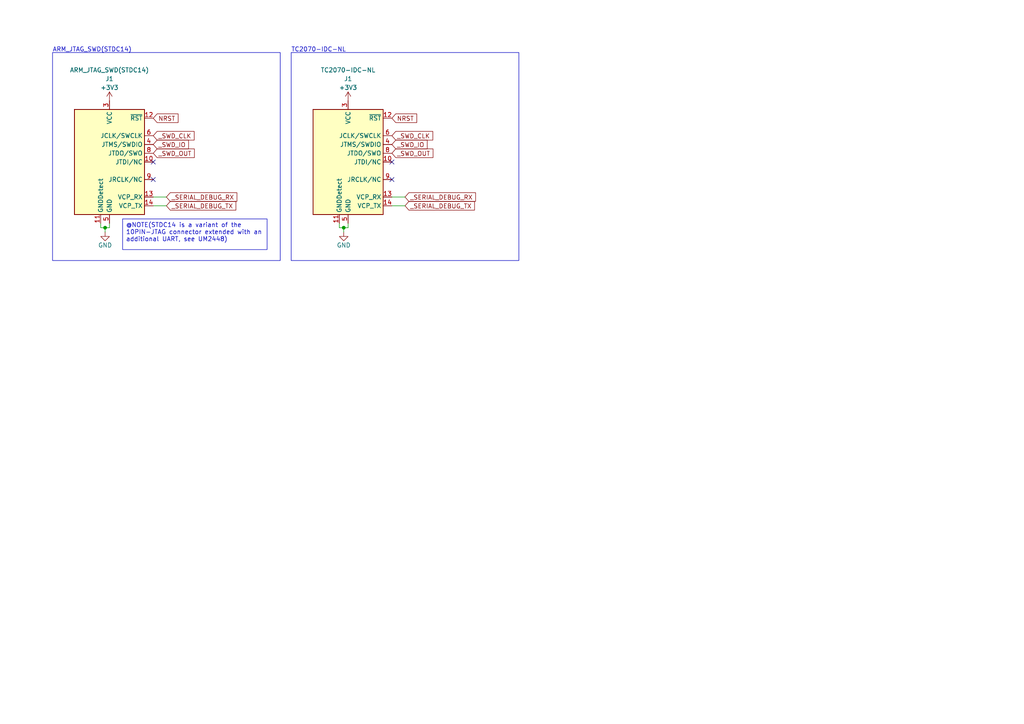
<source format=kicad_sch>
(kicad_sch (version 20230121) (generator eeschema)
  (paper "A4")
  (lib_symbols
    (symbol "Connector:Conn_ST_STDC14"
      (property "Reference" "J" (at -8.89 16.51 0))
      (property "Value" "Conn_ST_STDC14" (at 17.78 16.51 0))
      (symbol "Conn_ST_STDC14_0_1"
        (rectangle (start -10.16 15.24) (end 10.16 -15.24) (stroke (width 0.254)) (fill (type background)))
      )
      (symbol "Conn_ST_STDC14_1_1"
        (pin no_connect line (at -10.16 5.08 0) (length 2.54) hide (name "NC") (number "1"))
        (pin output line (at 12.7 0 180) (length 2.54) (name "JTDI/NC") (number "10"))
        (pin passive line (at -2.54 -17.78 90) (length 2.54) (name "GNDDetect") (number "11"))
        (pin open_collector line (at 12.7 12.7 180) (length 2.54) (name "~{RST}") (number "12"))
        (pin output line (at 12.7 -10.16 180) (length 2.54) (name "VCP_RX") (number "13"))
        (pin input line (at 12.7 -12.7 180) (length 2.54) (name "VCP_TX") (number "14"))
        (pin no_connect line (at -10.16 2.54 0) (length 2.54) hide (name "NC") (number "2"))
        (pin power_in line (at 0 17.78 270) (length 2.54) (name "VCC") (number "3"))
        (pin bidirectional line (at 12.7 5.08 180) (length 2.54) (name "JTMS/SWDIO") (number "4"))
        (pin power_in line (at 0 -17.78 90) (length 2.54) (name "GND") (number "5"))
        (pin output line (at 12.7 7.62 180) (length 2.54) (name "JCLK/SWCLK") (number "6"))
        (pin passive line (at 0 -17.78 90) (length 2.54) hide (name "GND") (number "7"))
        (pin input line (at 12.7 2.54 180) (length 2.54) (name "JTDO/SWO") (number "8"))
        (pin input line (at 12.7 -5.08 180) (length 2.54) (name "JRCLK/NC") (number "9"))
      )
    )
    (symbol "power:+3V3" (power) (pin_names (offset 0))
      (property "Value" "+3V3" (at 0 3.556 0))
      (symbol "+3V3_0_1"
        (polyline (pts (xy -0.762 1.27) (xy 0 2.54)))
        (polyline (pts (xy 0 0) (xy 0 2.54)))
        (polyline (pts (xy 0 2.54) (xy 0.762 1.27)))
      )
      (symbol "+3V3_1_1"
        (pin power_in line (at 0 0 90) (length 0) hide (name "+3V3") (number "1"))
      )
    )
    (symbol "power:GND" (power) (pin_names (offset 0))
      (property "Value" "GND" (at 0 -3.81 0))
      (symbol "GND_0_1"
        (polyline (pts (xy 0 0) (xy 0 -1.27) (xy 1.27 -1.27) (xy 0 -2.54) (xy -1.27 -1.27) (xy 0 -1.27)))
      )
      (symbol "GND_1_1"
        (pin power_in line (at 0 0 270) (length 0) hide (name "GND") (number "1"))
      )
    )
  )
  (junction (at 99.695 66.04))
  (junction (at 30.48 66.04))
  (no_connect (at 44.45 46.99))
  (no_connect (at 44.45 52.07))
  (no_connect (at 113.665 52.07))
  (no_connect (at 113.665 46.99))
  (wire (pts (xy 30.48 66.04) (xy 31.75 66.04)))
  (wire (pts (xy 99.695 66.04) (xy 99.695 67.31)))
  (wire (pts (xy 98.425 66.04) (xy 99.695 66.04)))
  (wire (pts (xy 113.665 59.69) (xy 117.475 59.69)))
  (wire (pts (xy 44.45 57.15) (xy 48.26 57.15)))
  (wire (pts (xy 100.965 66.04) (xy 100.965 64.77)))
  (wire (pts (xy 31.75 66.04) (xy 31.75 64.77)))
  (wire (pts (xy 29.21 66.04) (xy 30.48 66.04)))
  (wire (pts (xy 29.21 64.77) (xy 29.21 66.04)))
  (wire (pts (xy 113.665 57.15) (xy 117.475 57.15)))
  (wire (pts (xy 44.45 59.69) (xy 48.26 59.69)))
  (wire (pts (xy 98.425 64.77) (xy 98.425 66.04)))
  (wire (pts (xy 99.695 66.04) (xy 100.965 66.04)))
  (wire (pts (xy 30.48 66.04) (xy 30.48 67.31)))
  (rectangle (start 84.455 15.24) (end 150.495 75.565))
  (rectangle (start 15.24 15.24) (end 81.28 75.565))
  (text_box "@NOTE(STDC14 is a variant of the 10PIN-JTAG connector extended with an additional UART, see UM2448)" (at 35.56 63.5 0) (size 41.91 8.89) (effects (font (size 1.27 1.27)) (justify left top)))
  (text "ARM_JTAG_SWD(STDC14)" (at 15.24 15.24 0) (effects (font (size 1.27 1.27)) (justify left bottom)))
  (text "TC2070-IDC-NL" (at 84.455 15.24 0) (effects (font (size 1.27 1.27)) (justify left bottom)))
  (global_label "_SWD_IO" (shape input) (at 44.45 41.91 0) (property "Intersheetrefs" "${INTERSHEET_REFS}" (effects hide)))
  (global_label "_SWD_OUT" (shape input) (at 44.45 44.45 0) (property "Intersheetrefs" "${INTERSHEET_REFS}" (effects hide)))
  (global_label "NRST" (shape input) (at 44.45 34.29 0) (property "Intersheetrefs" "${INTERSHEET_REFS}" (effects hide)))
  (global_label "_SERIAL_DEBUG_TX" (shape input) (at 117.475 59.69 0) (property "Intersheetrefs" "${INTERSHEET_REFS}" (effects hide)))
  (global_label "_SERIAL_DEBUG_RX" (shape input) (at 48.26 57.15 0) (property "Intersheetrefs" "${INTERSHEET_REFS}" (effects hide)))
  (global_label "_SWD_OUT" (shape input) (at 113.665 44.45 0) (property "Intersheetrefs" "${INTERSHEET_REFS}" (effects hide)))
  (global_label "_SWD_CLK" (shape input) (at 113.665 39.37 0) (property "Intersheetrefs" "${INTERSHEET_REFS}" (effects hide)))
  (global_label "NRST" (shape input) (at 113.665 34.29 0) (property "Intersheetrefs" "${INTERSHEET_REFS}" (effects hide)))
  (global_label "_SERIAL_DEBUG_RX" (shape input) (at 117.475 57.15 0) (property "Intersheetrefs" "${INTERSHEET_REFS}" (effects hide)))
  (global_label "_SWD_IO" (shape input) (at 113.665 41.91 0) (property "Intersheetrefs" "${INTERSHEET_REFS}" (effects hide)))
  (global_label "_SERIAL_DEBUG_TX" (shape input) (at 48.26 59.69 0) (property "Intersheetrefs" "${INTERSHEET_REFS}" (effects hide)))
  (global_label "_SWD_CLK" (shape input) (at 44.45 39.37 0) (property "Intersheetrefs" "${INTERSHEET_REFS}" (effects hide)))
  (symbol (lib_id "power:GND") (at 99.695 67.31 0) (unit 1)
    (property "Reference" "#PWR025" (effects hide))
    (property "Value" "GND" (at 99.695 71.12 0))
    (instances (project "KLST_PANDA" (path "" (reference "#PWR025") (unit 1)) (path "" (reference "#PWR096") (unit 1))))
  )
  (symbol (lib_id "power:+3V3") (at 100.965 29.21 0) (unit 1)
    (property "Reference" "#PWR026" (effects hide))
    (property "Value" "+3V3" (at 100.965 25.4 0))
    (instances (project "KLST_PANDA" (path "" (reference "#PWR026") (unit 1)) (path "" (reference "#PWR097") (unit 1))))
  )
  (symbol (lib_id "Connector:Conn_ST_STDC14") (at 31.75 46.99 0) (unit 1)
    (property "Reference" "J1" (at 31.75 22.86 0))
    (property "Value" "ARM_JTAG_SWD(STDC14)" (at 31.75 20.32 0))
    (property "Footprint" "Connector_PinHeader_1.27mm:PinHeader_2x07_P1.27mm_Vertical_SMD" (effects hide))
    (property "Datasheet" "https://www.st.com/content/ccc/resource/technical/document/user_manual/group1/99/49/91/b6/b2/3a/46/e5/DM00526767/files/DM00526767.pdf/jcr:content/translations/en.DM00526767.pdf" (effects hide))
    (property "MFR.Part #" "DNF" (effects hide))
    (property "JLCPCB Part #" "DNF" (effects hide))
    (instances (project "KLST_PANDA" (path "" (reference "J1") (unit 1)) (path "" (reference "J16") (unit 1))))
  )
  (symbol (lib_id "power:+3V3") (at 31.75 29.21 0) (unit 1)
    (property "Reference" "#PWR026" (effects hide))
    (property "Value" "+3V3" (at 31.75 25.4 0))
    (instances (project "KLST_PANDA" (path "" (reference "#PWR026") (unit 1)) (path "" (reference "#PWR095") (unit 1))))
  )
  (symbol (lib_id "Connector:Conn_ST_STDC14") (at 100.965 46.99 0) (unit 1) (in_bom no)
    (property "Reference" "J1" (at 100.965 22.86 0))
    (property "Value" "TC2070-IDC-NL" (at 100.965 20.32 0))
    (property "Footprint" "Tag-Connect:TC2070-IDC-NL" (effects hide))
    (property "Datasheet" "https://www.st.com/content/ccc/resource/technical/document/user_manual/group1/99/49/91/b6/b2/3a/46/e5/DM00526767/files/DM00526767.pdf/jcr:content/translations/en.DM00526767.pdf" (effects hide))
    (property "MFR.Part #" "DNF" (effects hide))
    (property "JLCPCB Part #" "DNF" (effects hide))
    (instances (project "KLST_PANDA" (path "" (reference "J1") (unit 1)) (path "" (reference "J17") (unit 1))))
  )
  (symbol (lib_id "power:GND") (at 30.48 67.31 0) (unit 1)
    (property "Reference" "#PWR025" (effects hide))
    (property "Value" "GND" (at 30.48 71.12 0))
    (instances (project "KLST_PANDA" (path "" (reference "#PWR025") (unit 1)) (path "" (reference "#PWR094") (unit 1))))
  )
)
</source>
